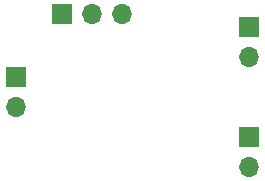
<source format=gbr>
%TF.GenerationSoftware,KiCad,Pcbnew,7.0.1*%
%TF.CreationDate,2023-06-12T23:03:10-04:00*%
%TF.ProjectId,SD Card Activity,53442043-6172-4642-9041-637469766974,rev?*%
%TF.SameCoordinates,Original*%
%TF.FileFunction,Copper,L2,Bot*%
%TF.FilePolarity,Positive*%
%FSLAX46Y46*%
G04 Gerber Fmt 4.6, Leading zero omitted, Abs format (unit mm)*
G04 Created by KiCad (PCBNEW 7.0.1) date 2023-06-12 23:03:10*
%MOMM*%
%LPD*%
G01*
G04 APERTURE LIST*
%TA.AperFunction,ComponentPad*%
%ADD10R,1.700000X1.700000*%
%TD*%
%TA.AperFunction,ComponentPad*%
%ADD11O,1.700000X1.700000*%
%TD*%
G04 APERTURE END LIST*
D10*
%TO.P,J2,1,Pin_1*%
%TO.N,/ACT_LED_NEG*%
X157620000Y-73150000D03*
D11*
%TO.P,J2,2,Pin_2*%
%TO.N,Net-(J2-Pin_2)*%
X157620000Y-75690000D03*
%TD*%
%TO.P,J4,3,Pin_3*%
%TO.N,VCC*%
X146855000Y-62775000D03*
%TO.P,J4,2,Pin_2*%
%TO.N,/3.3V*%
X144315000Y-62775000D03*
D10*
%TO.P,J4,1,Pin_1*%
%TO.N,GND*%
X141775000Y-62775000D03*
%TD*%
%TO.P,J3,1,Pin_1*%
%TO.N,GND*%
X157600000Y-63860000D03*
D11*
%TO.P,J3,2,Pin_2*%
%TO.N,VCC*%
X157600000Y-66400000D03*
%TD*%
D10*
%TO.P,J1,1,Pin_1*%
%TO.N,GND*%
X137922000Y-68072000D03*
D11*
%TO.P,J1,2,Pin_2*%
%TO.N,/SD_CMD*%
X137922000Y-70612000D03*
%TD*%
M02*

</source>
